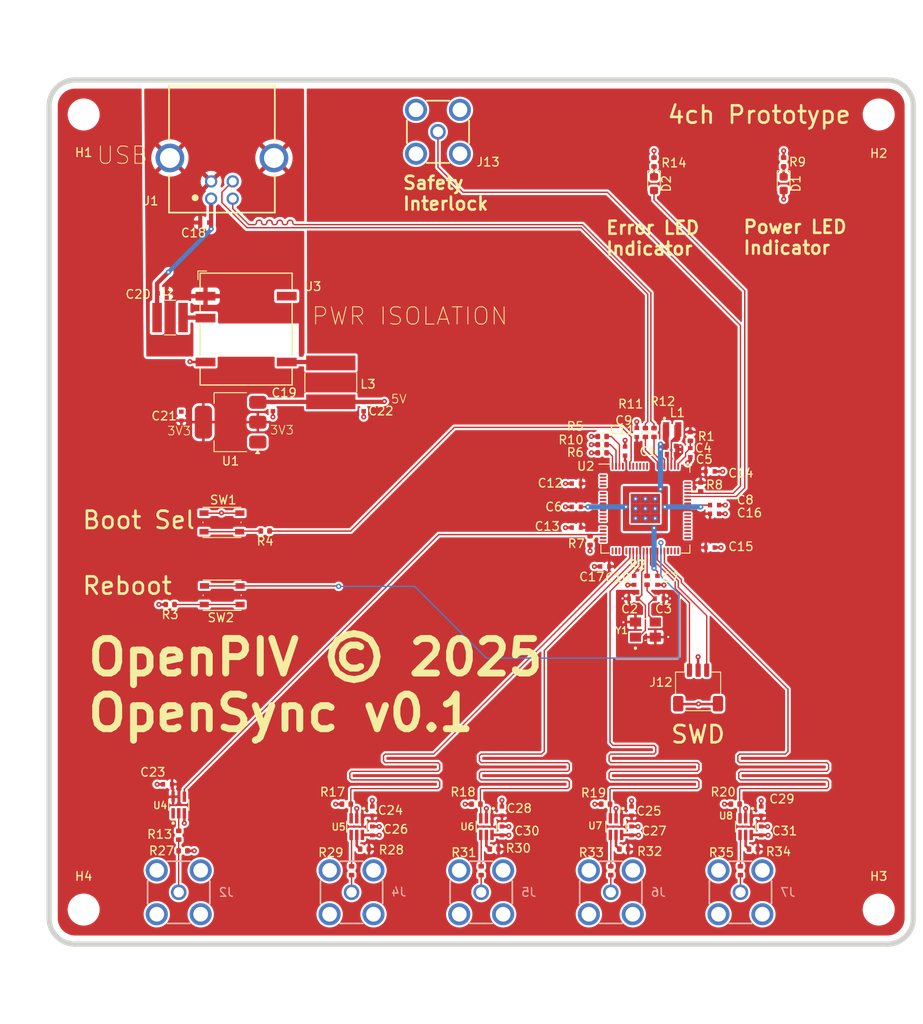
<source format=kicad_pcb>
(kicad_pcb (version 20241229) (generator "pcbnew") (generator_version "9.0")
  (title_block (title "OpenSync PCB") (date "2025-11-11") (rev "0.1") (company "OpenPIV Consortium"))
  (layers (0 "F.Cu" signal) (4 "In1.Cu" power) (6 "In2.Cu" power) (2 "B.Cu" signal) (13 "F.Paste" user) (15 "B.Paste" user) (5 "F.SilkS" user "F.Silkscreen") (7 "B.SilkS" user "B.Silkscreen") (1 "F.Mask" user) (3 "B.Mask" user) (25 "Edge.Cuts" user))
  (net 0 "")
  (net 1 "+3V3")
  (net 2 "GND")
  (net 3 "/Microcontroller and Ext. Clock/XIN")
  (net 4 "Net-(C3-Pad2)")
  (net 5 "+1V1")
  (net 6 "Net-(U2-VREG_AVDD)")
  (net 7 "GND_BUS")
  (net 8 "VBUS")
  (net 9 "+5V")
  (net 10 "Net-(J2-Pad1)")
  (net 11 "Net-(J5-Pad1)")
  (net 12 "Net-(J6-Pad1)")
  (net 13 "Net-(J7-Pad1)")
  (net 14 "Net-(J4-Pad1)")
  (net 15 "Net-(U5-DIR)")
  (net 16 "Net-(U5-B)")
  (net 17 "Net-(U7-DIR)")
  (net 18 "Net-(U7-B)")
  (net 19 "Net-(U6-DIR)")
  (net 20 "/Microcontroller and Ext. Clock/XOUT")
  (net 21 "Net-(R3-Pad1)")
  (net 22 "Net-(R4-Pad2)")
  (net 23 "/Microcontroller and Ext. Clock/QSPI_SS")
  (net 24 "/Microcontroller and Ext. Clock/CLOCK_1")
  (net 25 "/Microcontroller and Ext. Clock/CLOCK_3")
  (net 26 "/Microcontroller and Ext. Clock/TRIGGER_1")
  (net 28 "/Microcontroller and Ext. Clock/CLOCK_2")
  (net 29 "Net-(U2-USB_DP)")
  (net 30 "Net-(U2-USB_DM)")
  (net 31 "/Microcontroller and Ext. Clock/OUTPUT_1")
  (net 32 "/Microcontroller and Ext. Clock/OUTPUT_2")
  (net 33 "/Microcontroller and Ext. Clock/OUTPUT_3")
  (net 34 "/Microcontroller and Ext. Clock/OUTPUT_4")
  (net 35 "/Microcontroller and Ext. Clock/OUTPUT_5")
  (net 36 "/Microcontroller and Ext. Clock/OUTPUT_6")
  (net 37 "/Microcontroller and Ext. Clock/OUTPUT_7")
  (net 38 "/Microcontroller and Ext. Clock/OUTPUT_8")
  (net 39 "Net-(U6-B)")
  (net 43 "Net-(U4-A)")
  (net 44 "/Microcontroller and Ext. Clock/RUN")
  (net 45 "Net-(D1-K)")
  (net 46 "/Microcontroller and Ext. Clock/SWD")
  (net 48 "/Microcontroller and Ext. Clock/QSPI_SD1")
  (net 50 "/Microcontroller and Ext. Clock/QSPI_SD3")
  (net 51 "/Microcontroller and Ext. Clock/QSPI_SD2")
  (net 52 "/Microcontroller and Ext. Clock/QSPI_SD0")
  (net 54 "/Microcontroller and Ext. Clock/ERROR_LED")
  (net 57 "/Microcontroller and Ext. Clock/QSPI_SCLK")
  (net 58 "/Microcontroller and Ext. Clock/SWCLK")
  (net 71 "/Power and Data/USB_D+")
  (net 72 "/Power and Data/USB_D-")
  (net 73 "Net-(U8-B)")
  (net 74 "Net-(U8-DIR)")
  (net 77 "Net-(U3-+VIN)")
  (net 81 "Net-(U3-+VOUT)")
  (net 83 "/Microcontroller and Ext. Clock/VREG_LX")
  (net 84 "Net-(D2-K)")
  (net 85 "/Microcontroller and Ext. Clock/SAFETY_INTERLOCK")
  (net 86 "/Microcontroller and Ext. Clock/OUTPUT_13")
  (net 87 "/Microcontroller and Ext. Clock/OUTPUT_10")
  (net 88 "/Microcontroller and Ext. Clock/OUTPUT_15")
  (net 89 "/Microcontroller and Ext. Clock/OUTPUT_9")
  (net 90 "/Microcontroller and Ext. Clock/OUTPUT_16")
  (net 91 "/Microcontroller and Ext. Clock/OUTPUT_11")
  (net 92 "/Microcontroller and Ext. Clock/OUTPUT_14")
  (net 93 "/Microcontroller and Ext. Clock/OUTPUT_12")
  (footprint "LED_SMD:LED_0603_1608Metric" (layer "F.Cu") (at 147 57 -90)
    (property "Reference" "D1")
    (property "Value" "LED")
  )
  (footprint "Resistor_SMD:R_0402_1005Metric" (layer "F.Cu") (at 128.5 134 180)
    (property "Reference" "R32")
    (property "Value" "47k")
  )
  (footprint "Resistor_SMD:R_0402_1005Metric" (layer "F.Cu") (at 96.4 128.8 180)
    (property "Reference" "R17")
    (property "Value" "10k")
  )
  (footprint "RP2350_80QFN_minimal:C_0402_1005Metric_small_pads" (layer "F.Cu") (at 75.7 126.5 180)
    (property "Reference" "C23")
    (property "Value" "100n")
  )
  (footprint "RP2350_80QFN_minimal:C_0402_1005Metric_small_pads" (layer "F.Cu") (at 98.4 82.8 -90)
    (property "Reference" "C22")
    (property "Value" "10u")
  )
  (footprint "Resistor_SMD:R_0402_1005Metric" (layer "F.Cu") (at 113.5 134 180)
    (property "Reference" "R30")
    (property "Value" "47k")
  )
  (footprint "RP2350_80QFN_minimal:C_0402_1005Metric_small_pads" (layer "F.Cu") (at 136.2 88.115 -90)
    (property "Reference" "C5")
    (property "Value" "4.7u")
  )
  (footprint "Resistor_SMD:R_0402_1005Metric" (layer "F.Cu") (at 111.4 128.8 180)
    (property "Reference" "R18")
    (property "Value" "10k")
  )
  (footprint "Resistor_SMD:R_0402_1005Metric" (layer "F.Cu") (at 132 54.5 -90)
    (property "Reference" "R14")
    (property "Value" "100")
  )
  (footprint "RP2350_80QFN_minimal:C_0402_1005Metric_small_pads" (layer "F.Cu") (at 134 87.35)
    (property "Reference" "C4")
    (property "Value" "4.7u")
  )
  (footprint "Connector_JST:JST_SH_SM03B-SRSS-TB_1x03-1MP_P1.00mm_Horizontal" (layer "F.Cu") (at 137.1 115.3)
    (property "Reference" "J12")
    (property "Value" "SM03B-SRSS-TB")
  )
  (footprint "RP2350_80QFN_minimal:C_0402_1005Metric_small_pads" (layer "F.Cu") (at 132.6 105.02 180)
    (property "Reference" "C3")
    (property "Value" "15p")
  )
  (footprint "SN74LVC1T45DCKR:SOT65P210X110-6N" (layer "F.Cu") (at 112.6 131.4 -90)
    (property "Reference" "U6")
    (property "Value" "SN74LVC1T45DCKR")
  )
  (footprint "RP2350_80QFN_minimal:C_0402_1005Metric_small_pads" (layer "F.Cu") (at 80 61.5 180)
    (property "Reference" "C18")
    (property "Value" "10u")
  )
  (footprint "RP2350_80QFN_minimal:C_0402_1005Metric_small_pads" (layer "F.Cu") (at 129.7 102.9 -90)
    (property "Reference" "C10")
    (property "Value" "100n")
  )
  (footprint "RP2350_80QFN_minimal:C_0402_1005Metric_small_pads" (layer "F.Cu") (at 129.6 105.02)
    (property "Reference" "C2")
    (property "Value" "15p")
  )
  (footprint "RP2350_80QFN_minimal:C_0402_1005Metric_small_pads" (layer "F.Cu") (at 144.4 129.6 90)
    (property "Reference" "C29")
    (property "Value" "100n")
  )
  (footprint "Resistor_SMD:R_0402_1005Metric" (layer "F.Cu") (at 137.4 92.1 -90)
    (property "Reference" "R8")
    (property "Value" "47k")
  )
  (footprint "RP2350_80QFN_minimal:L_pol_2016" (layer "F.Cu") (at 134.11 85.45)
    (property "Reference" "L1")
    (property "Value" "3.3u")
  )
  (footprint "Resistor_SMD:R_0402_1005Metric" (layer "F.Cu") (at 98.5 134 180)
    (property "Reference" "R28")
    (property "Value" "47k")
  )
  (footprint "MountingHole:MountingHole_3.2mm_M3_ISO7380" (layer "F.Cu") (at 66 141)
    (property "Reference" "H4")
    (property "Value" "MountingHole")
  )
  (footprint "SN74LVC1T45DCKR:SOT65P210X110-6N" (layer "F.Cu") (at 142.6 131.4 -90)
    (property "Reference" "U8")
    (property "Value" "SN74LVC1T45DCKR")
  )
  (footprint "Resistor_SMD:R_0402_1005Metric" (layer "F.Cu") (at 126 87.2)
    (property "Reference" "R10")
    (property "Value" "10k")
  )
  (footprint "RP2350_80QFN_minimal:C_0402_1005Metric_small_pads" (layer "F.Cu") (at 87.9 82.8 -90)
    (property "Reference" "C19")
    (property "Value" "10u")
  )
  (footprint "Resistor_SMD:R_0402_1005Metric" (layer "F.Cu") (at 126 88.15)
    (property "Reference" "R6")
    (property "Value" "10k")
  )
  (footprint "Resistor_SMD:R_0402_1005Metric" (layer "F.Cu") (at 147 54.5 -90)
    (property "Reference" "R9")
    (property "Value" "169")
  )
  (footprint "Resistor_SMD:R_0402_1005Metric" (layer "F.Cu") (at 132 85.8 -90)
    (property "Reference" "R12")
    (property "Value" "27")
  )
  (footprint "Resistor_SMD:R_0402_1005Metric" (layer "F.Cu") (at 143.5 134 180)
    (property "Reference" "R34")
    (property "Value" "47k")
  )
  (footprint "RP2350_80QFN_minimal:C_0402_1005Metric_small_pads" (layer "F.Cu") (at 123 94.4 180)
    (property "Reference" "C6")
    (property "Value" "100n")
  )
  (footprint "Button_Switch_SMD:SW_Push_1P1T_NO_Vertical_Wuerth_434133025816" (layer "F.Cu") (at 82.025 104.625 180)
    (property "Reference" "SW2")
    (property "Value" "SW_Push")
  )
  (footprint "RP2350_80QFN_minimal:C_0402_1005Metric_small_pads" (layer "F.Cu") (at 134 88.3)
    (property "Reference" "C1")
    (property "Value" "4.7u")
  )
  (footprint "Resistor_SMD:R_0402_1005Metric" (layer "F.Cu") (at 126.4 128.8 180)
    (property "Reference" "R19")
    (property "Value" "10k")
  )
  (footprint "Resistor_SMD:R_0402_1005Metric" (layer "F.Cu") (at 142 136.5 -90)
    (property "Reference" "R35")
    (property "Value" "49.9")
  )
  (footprint "Resistor_SMD:R_0402_1005Metric" (layer "F.Cu") (at 76 105.7 180)
    (property "Reference" "R3")
    (property "Value" "1k")
  )
  (footprint "RP2350_80QFN_minimal:C_0402_1005Metric_small_pads" (layer "F.Cu") (at 139 95.2)
    (property "Reference" "C16")
    (property "Value" "100n")
  )
  (footprint "ASPI6045S220MT:IND_ASPI6045S220MT" (layer "F.Cu") (at 94.6 80 -90)
    (property "Reference" "L3")
    (property "Value" "22u")
  )
  (footprint "Resistor_SMD:R_0402_1005Metric" (layer "F.Cu") (at 131 85.8 -90)
    (property "Reference" "R11")
    (property "Value" "27")
  )
  (footprint "ASPI-4030S-150M-T:IND_ASPI-4030S-150M-T" (layer "F.Cu") (at 76 72.5)
    (property "Reference" "L2")
    (property "Value" "15u")
  )
  (footprint "Resistor_SMD:R_0402_1005Metric" (layer "F.Cu") (at 97 136.5 -90)
    (property "Reference" "R29")
    (property "Value" "49.9")
  )
  (footprint "Resistor_SMD:R_0402_1005Metric" (layer "F.Cu") (at 112 136.5 -90)
    (property "Reference" "R31")
    (property "Value" "49.9")
  )
  (footprint "Resistor_SMD:R_0402_1005Metric" (layer "F.Cu") (at 127 136.5 -90)
    (property "Reference" "R33")
    (property "Value" "49.9")
  )
  (footprint "Resistor_SMD:R_0402_1005Metric" (layer "F.Cu") (at 87 97.2 180)
    (property "Reference" "R4")
    (property "Value" "1k")
  )
  (footprint "Resistor_SMD:R_0402_1005Metric" (layer "F.Cu") (at 77.5 134.2)
    (property "Reference" "R27")
    (property "Value" "47k")
  )
  (footprint "SN74LVC1T45DCKR:SOT65P210X110-6N" (layer "F.Cu") (at 97.6 131.4 -90)
    (property "Reference" "U5")
    (property "Value" "SN74LVC1T45DCKR")
  )
  (footprint "RP2350_80QFN_minimal:C_0402_1005Metric_small_pads" (layer "F.Cu") (at 129.4 129.6 90)
    (property "Reference" "C25")
    (property "Value" "100n")
  )
  (footprint "SN74LVC1T45DCKR:SOT65P210X110-6N" (layer "F.Cu") (at 127.6 131.4 -90)
    (property "Reference" "U7")
    (property "Value" "SN74LVC1T45DCKR")
  )
  (footprint "61400416121:61400416121" (layer "F.Cu") (at 82 52 180)
    (property "Reference" "J1")
    (property "Value" "61400416121")
  )
  (footprint "RP2350_80QFN_minimal:C_0402_1005Metric_small_pads" (layer "F.Cu") (at 123 91.7 180)
    (property "Reference" "C12")
    (property "Value" "100n")
  )
  (footprint "Resistor_SMD:R_0402_1005Metric" (layer "F.Cu") (at 141.4 128.8 180)
    (property "Reference" "R20")
    (property "Value" "10k")
  )
  (footprint "RP2350_80QFN_minimal:C_0402_1005Metric_small_pads" (layer "F.Cu") (at 123 96.8 180)
    (property "Reference" "C13")
    (property "Value" "100n")
  )
  (footprint "LED_SMD:LED_0603_1608Metric" (layer "F.Cu") (at 132 57 -90)
    (property "Reference" "D2")
    (property "Value" "LED")
  )
  (footprint "SN74LVC1G17DCKR:SOT65P210X110-5N" (layer "F.Cu") (at 77 128.9 90)
    (property "Reference" "U4")
    (property "Value" "SN74LVC1G17DCKR")
  )
  (footprint "RP2350_80QFN_minimal:C_0402_1005Metric_small_pads" (layer "F.Cu") (at 99.4 131.9 90)
    (property "Reference" "C26")
    (property "Value" "100n")
  )
  (footprint "Resistor_SMD:R_0402_1005Metric" (layer "F.Cu") (at 126 86.25)
    (property "Reference" "R5")
    (property "Value" "10k")
  )
  (footprint "Resistor_SMD:R_0402_1005Metric" (layer "F.Cu") (at 136.2 86.25 -90)
    (property "Reference" "R1")
    (property "Value" "33")
  )
  (footprint "RP2350_80QFN_minimal:C_0402_1005Metric_small_pads" (layer "F.Cu") (at 130 85.8 90)
    (property "Reference" "C9")
    (property "Value" "100n")
  )
  (footprint "RP2350_80QFN_minimal:C_0402_1005Metric_small_pads" (layer "F.Cu") (at 114.4 129.6 90)
    (property "Reference" "C28")
    (property "Value" "100n")
  )
  (footprint "RP2350_80QFN_minimal:C_0402_1005Metric_small_pads" (layer "F.Cu") (at 138.5 99.1)
    (property "Reference" "C15")
    (property "Value" "100n")
  )
  (footprint "MountingHole:MountingHole_3.2mm_M3_ISO7380" (layer "F.Cu") (at 66 49)
    (property "Reference" "H1")
    (property "Value" "MountingHole")
  )
  (footprint "RP2350_80QFN_minimal:C_0402_1005Metric_small_pads" (layer "F.Cu") (at 144.4 131.9 90)
    (property "Reference" "C31")
    (property "Value" "100n")
  )
  (footprint "RP2350_80QFN_minimal:C_0402_1005Metric_small_pads" (layer "F.Cu") (at 129.4 131.9 90)
    (property "Reference" "C27")
    (property "Value" "100n")
  )
  (footprint "61611042121502:61611042121502" (layer "F.Cu") (at 107 51 180)
    (property "Reference" "J13")
    (property "Value" "61611042121502")
  )
  (footprint "RP2350_80QFN_minimal:C_0402_1005Metric_small_pads" (layer "F.Cu") (at 75.1 69.7 180)
    (property "Reference" "C20")
    (property "Value" "4.7u")
  )
  (footprint "RP2350_80QFN_minimal:C_0402_1005Metric_small_pads" (layer "F.Cu") (at 139 94.2)
    (property "Reference" "C8")
    (property "Value" "100n")
  )
  (footprint "RP2350_80QFN_minimal:C_0402_1005Metric_small_pads" (layer "F.Cu") (at 132.4 102.9 -90)
    (property "Reference" "C7")
    (property "Value" "4.7u")
  )
  (footprint "Resistor_SMD:R_0402_1005Metric" (layer "F.Cu") (at 77 132.4 90)
    (property "Reference" "R13")
    (property "Value" "470")
  )
  (footprint "MountingHole:MountingHole_3.2mm_M3_ISO7380" (layer "F.Cu") (at 158 141)
    (property "Reference" "H3")
    (property "Value" "MountingHole")
  )
  (footprint "Button_Switch_SMD:SW_Push_1P1T_NO_Vertical_Wuerth_434133025816" (layer "F.Cu") (at 82 96.2)
    (property "Reference" "SW1")
    (property "Value" "SW_Push")
  )
  (footprint "Converter_DCDC:Converter_DCDC_Murata_NXExSxxxxMC_SMD" (layer "F.Cu") (at 84.8 75.1)
    (property "Reference" "U3")
    (property "Value" "NXE2S0505MC")
  )
  (footprint "RP2350_80QFN_minimal:C_0402_1005Metric_small_pads" (layer "F.Cu") (at 128.65 87.95 90)
    (property "Reference" "C11")
    (property "Value" "100n")
  )
  (footprint "RP2350_80QFN_minimal:C_0402_1005Metric_small_pads" (layer "F.Cu") (at 99.4 129.6 90)
    (property "Reference" "C24")
    (property "Value" "100n")
  )
  (footprint "Resistor_SMD:R_0402_1005Metric" (layer "F.Cu") (at 131.2 102.9 90)
    (property "Reference" "R2")
    (property "Value" "1k")
  )
  (footprint "RP2350_80QFN_minimal:RP2350-QFN-80-1EP_10x10_P0.4mm_EP3.4x3.4mm_ThermalVias" (layer "F.Cu") (at 131 94.6)
    (property "Reference" "U2")
    (property "Value" "RP2354_80QFN")
  )
  (footprint "ABM8-272-T3:XTAL_ABM8-272-T3" (layer "F.Cu") (at 131 108.6 90)
    (property "Reference" "Y1")
    (property "Value" "ABM8-272-T3")
  )
  (footprint "RP2350_80QFN_minimal:C_0402_1005Metric_small_pads" (layer "F.Cu") (at 126.3 101.3 180)
    (property "Reference" "C17")
    (property "Value" "100n")
  )
  (footprint "RP2350_80QFN_minimal:C_0402_1005Metric_small_pads" (layer "F.Cu") (at 114.4 131.9 90)
    (property "Reference" "C30")
    (property "Value" "100n")
  )
  (footprint "Package_TO_SOT_SMD:SOT-223-3_TabPin2" (layer "F.Cu") (at 83 84.6 180)
    (property "Reference" "U1")
    (property "Value" "NCP1117-3.3_SOT223")
  )
  (footprint "RP2350_80QFN_minimal:C_0402_1005Metric_small_pads" (layer "F.Cu") (at 138.5 90.3)
    (property "Reference" "C14")
    (property "Value" "100n")
  )
  (footprint "RP2350_80QFN_minimal:C_0402_1005Metric_small_pads" (layer "F.Cu") (at 77.3 83.9 90)
    (property "Reference" "C21")
    (property "Value" "10u")
  )
  (footprint "MountingHole:MountingHole_3.2mm_M3_ISO7380" (layer "F.Cu") (at 158 49)
    (property "Reference" "H2")
    (property "Value" "MountingHole")
  )
  (footprint "Resistor_SMD:R_0402_1005Metric" (layer "F.Cu") (at 124.6 98.3 -90)
    (property "Reference" "R7")
    (property "Value" "10k")
  )
  (footprint "61611042121502:61611042121502" (layer "B.Cu") (at 127 139 180)
    (property "Reference" "J6")
    (property "Value" "61611042121502")
  )
  (footprint "61611042121502:61611042121502" (layer "B.Cu") (at 97 139 180)
    (property "Reference" "J4")
    (property "Value" "61611042121502")
  )
  (footprint "61611042121502:61611042121502" (layer "B.Cu") (at 77 139 180)
    (property "Reference" "J2")
    (property "Value" "61611042121502")
  )
  (footprint "61611042121502:61611042121502" (layer "B.Cu") (at 142 139 180)
    (property "Reference" "J7")
    (property "Value" "61611042121502")
  )
  (footprint "61611042121502:61611042121502" (layer "B.Cu") (at 112 139 180)
    (property "Reference" "J5")
    (property "Value" "61611042121502")
  )
  (gr_line (start 65 45) (end 159 45) (stroke (width 0.6)) (layer "Edge.Cuts"))
  (gr_arc (start 62 48) (mid 62.87868 45.87868) (end 65 45) (stroke (width 0.6)) (layer "Edge.Cuts"))
  (gr_arc (start 65 145) (mid 62.87868 144.12132) (end 62 142) (stroke (width 0.6)) (layer "Edge.Cuts"))
  (gr_line (start 62 142) (end 62 48) (stroke (width 0.6)) (layer "Edge.Cuts"))
  (gr_arc (start 162 142) (mid 161.12132 144.12132) (end 159 145) (stroke (width 0.6)) (layer "Edge.Cuts"))
  (gr_line (start 65 145) (end 159 145) (stroke (width 0.6)) (layer "Edge.Cuts"))
  (gr_arc (start 159 45) (mid 161.12132 45.87868) (end 162 48) (stroke (width 0.6)) (layer "Edge.Cuts"))
  (gr_line (start 162 142) (end 162 48) (stroke (width 0.6)) (layer "Edge.Cuts"))
  (gr_text "Error LED\nIndicator" (at 126.3 65.4 0) (layer "F.SilkS") (effects (font (size 1.5 1.5) (thickness 0.3) (bold yes)) (justify left bottom)))
  (gr_text "OpenPIV © 2025\nOpenSync v0.1" (at 66.1 120.6 0) (layer "F.SilkS") (effects (font (size 4 4) (thickness 0.8) (bold yes)) (justify left bottom)))
  (gr_text "PWR ISOLATION" (at 92.3 73.5 0) (layer "F.SilkS") (effects (font (size 2 2) (thickness 0.1)) (justify left bottom)))
  (gr_text "3V3" (at 87.5 86.1 0) (layer "F.SilkS") (effects (font (size 1 1) (thickness 0.1)) (justify left bottom)))
  (gr_text "SWD" (at 133.8 121.9 0) (layer "F.SilkS") (effects (font (size 2 2) (thickness 0.3) (bold yes)) (justify left bottom)))
  (gr_text "5V" (at 101.5 82.5 0) (layer "F.SilkS") (effects (font (size 1 1) (thickness 0.1)) (justify left bottom)))
  (gr_text "Boot Sel" (at 65.7 97.1 0) (layer "F.SilkS") (effects (font (size 2 2) (thickness 0.3) (bold yes)) (justify left bottom)))
  (gr_text "Power LED\nIndicator" (at 142.2 65.3 0) (layer "F.SilkS") (effects (font (size 1.5 1.5) (thickness 0.3) (bold yes)) (justify left bottom)))
  (gr_text "3V3" (at 75.6 86.2 0) (layer "F.SilkS") (effects (font (size 1 1) (thickness 0.1)) (justify left bottom)))
  (gr_text "4ch Prototype" (at 133.4 50.2 0) (layer "F.SilkS") (effects (font (size 2 2) (thickness 0.3) (bold yes)) (justify left bottom)))
  (gr_text "Reboot" (at 65.7 104.7 0) (layer "F.SilkS") (effects (font (size 2 2) (thickness 0.3) (bold yes)) (justify left bottom)))
  (gr_text "Safety\nInterlock" (at 102.8 60.2 0) (layer "F.SilkS") (effects (font (size 1.5 1.5) (thickness 0.3) (bold yes)) (justify left bottom)))
  (gr_text "USB" (at 67.4 54.9 0) (layer "F.SilkS") (effects (font (size 2 2) (thickness 0.1)) (justify left bottom)))
  (segment (start 124.9 96.4) (end 126.1035 96.4) (width 0.1565) (layer "F.Cu") (net 1))
  (segment (start 113.575 130.115) (end 113.25 130.44) (width 0.3) (layer "F.Cu") (net 1))
  (segment (start 128.65 88.465) (end 128.65 89.058516) (width 0.1565) (layer "F.Cu") (net 1))
  (segment (start 143.575 130.115) (end 143.25 130.44) (width 0.3) (layer "F.Cu") (net 1))
  (segment (start 98.25 130.44) (end 98.59 130.1) (width 0.3) (layer "F.Cu") (net 1))
  (segment (start 144.4 130.115) (end 143.575 130.115) (width 0.3) (layer "F.Cu") (net 1))
  (segment (start 76.35 127.94) (end 76.35 126.335) (width 0.1565) (layer "F.Cu") (net 1))
  (segment (start 126.815 101.3) (end 127.6 101.3) (width 0.1565) (layer "F.Cu") (net 1))
  (segment (start 130 86.315) (end 130 87.45) (width 0.1565) (layer "F.Cu") (net 1))
  (segment (start 136.9 94.8) (end 137.3 95.2) (width 0.1565) (layer "F.Cu") (net 1))
  (segment (start 130 87.45) (end 131.989 89.439) (width 0.1565) (layer "F.Cu") (net 1))
  (segment (start 137.985 99.1) (end 137.3 99.1) (width 0.1565) (layer "F.Cu") (net 1))
  (segment (start 128.4 100.5) (end 128.4 99.4965) (width 0.1565) (layer "F.Cu") (net 1))
  (segment (start 129.4 130.115) (end 128.575 130.115) (width 0.3) (layer "F.Cu") (net 1))
  (segment (start 124.15 91.7) (end 124.85 92.4) (width 0.1565) (layer "F.Cu") (net 1))
  (segment (start 131.989 89.439) (end 131.989 89.6925) (width 0.1565) (layer "F.Cu") (net 1))
  (segment (start 129.7 102.1) (end 130.4 101.4) (width 0.1565) (layer "F.Cu") (net 1))
  (segment (start 128.65 89.058516) (end 128.8 89.208516) (width 0.1565) (layer "F.Cu") (net 1))
  (segment (start 135.8965 94.8) (end 136.9 94.8) (width 0.1565) (layer "F.Cu") (net 1))
  (segment (start 123.515 91.7) (end 124.15 91.7) (width 0.1565) (layer "F.Cu") (net 1))
  (segment (start 137.3 95.2) (end 138.485 95.2) (width 0.1565) (layer "F.Cu") (net 1))
  (segment (start 137.3 99.1) (end 136.6 98.4) (width 0.1565) (layer "F.Cu") (net 1))
  (segment (start 136.6 98.4) (end 135.8965 98.4) (width 0.1565) (layer "F.Cu") (net 1))
  (segment (start 136.711 91.189) (end 135.8965 91.189) (width 0.1565) (layer "F.Cu") (net 1))
  (segment (start 114.4 130.115) (end 113.575 130.115) (width 0.3) (layer "F.Cu") (net 1))
  (segment (start 128.8 89.208516) (end 128.8 89.7035) (width 0.1565) (layer "F.Cu") (net 1))
  (segment (start 137.6 90.3) (end 136.711 91.189) (width 0.1565) (layer "F.Cu") (net 1))
  (segment (start 131.611 89.061) (end 131.611 89.7035) (width 0.1565) (layer "F.Cu") (net 1))
  (segment (start 124.5 96.8) (end 124.9 96.4) (width 0.1565) (layer "F.Cu") (net 1))
  (segment (start 128.575 130.115) (end 128.25 130.44) (width 0.3) (layer "F.Cu") (net 1))
  (segment (start 76.35 126.935) (end 76.215 126.8) (width 0.1565) (layer "F.Cu") (net 1))
  (segment (start 137.985 90.3) (end 137.6 90.3) (width 0.1565) (layer "F.Cu") (net 1))
  (segment (start 98.59 130.1) (end 99.385 130.1) (width 0.3) (layer "F.Cu") (net 1))
  (segment (start 123.515 96.8) (end 124.5 96.8) (width 0.1565) (layer "F.Cu") (net 1))
  (segment (start 127.6 101.3) (end 128.4 100.5) (width 0.1565) (layer "F.Cu") (net 1))
  (segment (start 99.385 130.1) (end 99.4 130.115) (width 0.1565) (layer "F.Cu") (net 1))
  (segment (start 131.6 89.05) (end 131.611 89.061) (width 0.1565) (layer "F.Cu") (net 1))
  (segment (start 129.7 102.385) (end 129.7 102.1) (width 0.1565) (layer "F.Cu") (net 1))
  (segment (start 124.85 92.4) (end 126.1035 92.4) (width 0.1565) (layer "F.Cu") (net 1))
  (segment (start 130.4 101.4) (end 130.4 99.4965) (width 0.1565) (layer "F.Cu") (net 1))
  (segment (start 128.65 87.435) (end 128.65 86.7) (width 0.3) (layer "F.Cu") (net 2))
  (segment (start 112.6 130.44) (end 112.6 129.3) (width 0.3) (layer "F.Cu") (net 2))
  (segment (start 127.6 130.44) (end 127.6 129.3) (width 0.3) (layer "F.Cu") (net 2))
  (segment (start 78.34 77.64) (end 78.3 77.6) (width 0.3) (layer "F.Cu") (net 2))
  (segment (start 80.1 77.64) (end 78.34 77.64) (width 0.3) (layer "F.Cu") (net 2))
  (segment (start 144.4 129.085) (end 144.4 128.4) (width 0.3) (layer "F.Cu") (net 2))
  (segment (start 124.6 98.81) (end 124.6 99.5) (width 0.3) (layer "F.Cu") (net 2))
  (segment (start 99.4 131.385) (end 100.185 131.385) (width 0.3) (layer "F.Cu") (net 2))
  (segment (start 147 53.99) (end 147 53.2) (width 0.3) (layer "F.Cu") (net 2))
  (segment (start 129.4 129.085) (end 129.4 128.4) (width 0.3) (layer "F.Cu") (net 2))
  (segment (start 110.89 128.8) (end 110.15 128.8) (width 0.3) (layer "F.Cu") (net 2))
  (segment (start 139.015 90.3) (end 139.95 90.3) (width 0.3) (layer "F.Cu") (net 2))
  (segment (start 125.89 128.8) (end 125.15 128.8) (width 0.3) (layer "F.Cu") (net 2))
  (segment (start 139.515 95.2) (end 140.25 95.2) (width 0.3) (layer "F.Cu") (net 2))
  (segment (start 77.65 129.86) (end 77.65 131) (width 0.3) (layer "F.Cu") (net 2))
  (segment (start 100.185 131.385) (end 100.2 131.4) (width 0.1565) (layer "F.Cu") (net 2))
  (segment (start 140.89 128.8) (end 140.15 128.8) (width 0.3) (layer "F.Cu") (net 2))
  (segment (start 122.485 91.7) (end 121.75 91.7) (width 0.3) (layer "F.Cu") (net 2))
  (segment (start 130.135 131.385) (end 130.15 131.4) (width 0.1565) (layer "F.Cu") (net 2))
  (segment (start 115.185 131.385) (end 115.2 131.4) (width 0.1565) (layer "F.Cu") (net 2))
  (segment (start 128.475 107.725) (end 128.45 107.75) (width 0.2) (layer "F.Cu") (net 2))
  (segment (start 139.4 117.225) (end 134.8 117.225) (width 0.3) (layer "F.Cu") (net 2))
  (segment (start 129.7 103.415) (end 128.985 103.415) (width 0.3) (layer "F.Cu") (net 2))
  (segment (start 130 85.285) (end 130 84.6) (width 0.3) (layer "F.Cu") (net 2))
  (segment (start 125.49 86.25) (end 124.75 86.25) (width 0.3) (layer "F.Cu") (net 2))
  (segment (start 98.4 83.315) (end 98.4 84) (width 0.3) (layer "F.Cu") (net 2))
  (segment (start 136.2 88.63) (end 136.2 89) (width 0.4) (layer "F.Cu") (net 2))
  (segment (start 114.4 129.085) (end 114.4 128.35) (width 0.3) (layer "F.Cu") (net 2))
  (segment (start 121.75 94.4) (end 122.485 94.4) (width 0.3) (layer "F.Cu") (net 2))
  (segment (start 132 53.99) (end 132 53.2) (width 0.1565) (layer "F.Cu") (net 2))
  (segment (start 136.2 89) (end 135.9 89.3) (width 0.4) (layer "F.Cu") (net 2))
  (segment (start 84.075 95.125) (end 79.925 95.125) (width 0.1565) (layer "F.Cu") (net 2))
  (segment (start 137.1 113.35) (end 137.1 111.75) (width 0.3) (layer "F.Cu") (net 2))
  (segment (start 75.5 105.7) (end 74.7 105.7) (width 0.3) (layer "F.Cu") (net 2))
  (segment (start 132.4 103.415) (end 133.115 103.415) (width 0.3) (layer "F.Cu") (net 2))
  (segment (start 128.985 103.415) (end 128.95 103.45) (width 0.1565) (layer "F.Cu") (net 2))
  (segment (start 139.015 99.1) (end 139.75 99.1) (width 0.3) (layer "F.Cu") (net 2))
  (segment (start 122.485 96.8) (end 121.75 96.8) (width 0.3) (layer "F.Cu") (net 2))
  (segment (start 144.4 131.385) (end 145.135 131.385) (width 0.3) (layer "F.Cu") (net 2))
  (segment (start 125.785 101.3) (end 125.1 101.3) (width 0.3) (layer "F.Cu") (net 2))
  (segment (start 145.135 131.385) (end 145.15 131.4) (width 0.1565) (layer "F.Cu") (net 2))
  (segment (start 133.115 103.415) (end 133.15 103.45) (width 0.1565) (layer "F.Cu") (net 2))
  (segment (start 95.89 128.8) (end 95.15 128.8) (width 0.3) (layer "F.Cu") (net 2))
  (segment (start 125.49 88.15) (end 124.75 88.15) (width 0.3) (layer "F.Cu") (net 2))
  (segment (start 133.625 109.475) (end 133.65 109.45) (width 0.2) (layer "F.Cu") (net 2))
  (segment (start 129.4 131.385) (end 130.135 131.385) (width 0.3) (layer "F.Cu") (net 2))
  (segment (start 75.1325 126.5) (end 74.4475 126.5) (width 0.3) (layer "F.Cu") (net 2))
  (segment (start 97.6 130.44) (end 97.6 129.3) (width 0.3) (layer "F.Cu") (net 2))
  (segment (start 142.6 130.44) (end 142.6 129.3) (width 0.3) (layer "F.Cu") (net 2))
  (segment (start 139.515 94.2) (end 140.25 94.2) (width 0.3) (layer "F.Cu") (net 2))
  (segment (start 99.4 129.085) (end 99.4 128.35) (width 0.3) (layer "F.Cu") (net 2))
  (segment (start 114.4 131.385) (end 115.185 131.385) (width 0.3) (layer "F.Cu") (net 2))
  (segment (start 78.06 134.2) (end 78.8 134.2) (width 0.3) (layer "F.Cu") (net 2))
  (segment (start 87.9 83.315) (end 87.9 84) (width 0.3) (layer "F.Cu") (net 2))
  (segment (start 125.49 87.2) (end 124.75 87.2) (width 0.3) (layer "F.Cu") (net 2))
  (via micro (at 100.2 131.4) (size 0.6) (drill 0.25) (layers "F.Cu" "In1.Cu") (net 2))
  (via micro (at 121.75 91.7) (size 0.6) (drill 0.25) (layers "F.Cu" "In1.Cu") (net 2))
  (via micro (at 87.9 84) (size 0.6) (drill 0.25) (layers "F.Cu" "In1.Cu") (net 2))
  (via micro (at 147 53.2) (size 0.6) (drill 0.25) (layers "F.Cu" "In1.Cu") (net 2))
  (via micro (at 145.15 131.4) (size 0.6) (drill 0.25) (layers "F.Cu" "In1.Cu") (net 2))
  (via micro (at 128.95 103.45) (size 0.6) (drill 0.25) (layers "F.Cu" "In1.Cu") (net 2))
  (via micro (at 142.6 129.3) (size 0.6) (drill 0.25) (layers "F.Cu" "In1.Cu") (net 2))
  (via micro (at 135.9 89.3) (size 0.6) (drill 0.25) (layers "F.Cu" "In1.Cu") (net 2))
  (via micro (at 114.4 128.35) (size 0.6) (drill 0.25) (layers "F.Cu" "In1.Cu") (net 2))
  (via micro (at 128.35 105) (size 0.6) (drill 0.25) (layers "F.Cu" "In1.Cu") (net 2))
  (via micro (at 81.95 95.1) (size 0.6) (drill 0.25) (layers "F.Cu" "In1.Cu") (net 2))
  (via micro (at 115.2 131.4) (size 0.6) (drill 0.25) (layers "F.Cu" "In1.Cu") (net 2))
  (via micro (at 128.45 107.75) (size 0.6) (drill 0.25) (layers "F.Cu" "In1.Cu") (net 2))
  (via micro (at 124.75 87.2) (size 0.6) (drill 0.25) (layers "F.Cu" "In1.Cu") (net 2))
  (via micro (at 139.75 99.1) (size 0.6) (drill 0.25) (layers "F.Cu" "In1.Cu") (net 2))
  (via micro (at 77.65 131) (size 0.6) (drill 0.25) (layers "F.Cu" "In1.Cu") (net 2))
  (via micro (at 139.95 90.3) (size 0.6) (drill 0.25) (layers "F.Cu" "In1.Cu") (net 2))
  (via micro (at 99.4 128.35) (size 0.6) (drill 0.25) (layers "F.Cu" "In1.Cu") (net 2))
  (via micro (at 130 84.55) (size 0.6) (drill 0.25) (layers "F.Cu" "In1.Cu") (net 2))
  (via micro (at 137.1 111.75) (size 0.6) (drill 0.25) (layers "F.Cu" "In1.Cu") (net 2))
  (via micro (at 121.75 94.4) (size 0.6) (drill 0.25) (layers "F.Cu" "In1.Cu") (net 2))
  (via micro (at 135.05 88.05) (size 0.6) (drill 0.25) (layers "F.Cu" "In1.Cu") (net 2))
  (via micro (at 112.6 129.3) (size 0.6) (drill 0.25) (layers "F.Cu" "In1.Cu") (net 2))
  (via micro (at 133.15 103.45) (size 0.6) (drill 0.25) (layers "F.Cu" "In1.Cu") (net 2))
  (via micro (at 133.85 105) (size 0.6) (drill 0.25) (layers "F.Cu" "In1.Cu") (net 2))
  (via micro (at 125.1 101.3) (size 0.6) (drill 0.25) (layers "F.Cu" "In1.Cu") (net 2))
  (via micro (at 135.05 87.45) (size 0.6) (drill 0.25) (layers "F.Cu" "In1.Cu") (net 2))
  (via micro (at 133.65 109.45) (size 0.6) (drill 0.25) (layers "F.Cu" "In1.Cu") (net 2))
  (via micro (at 74.7 105.7) (size 0.6) (drill 0.25) (layers "F.Cu" "In1.Cu") (net 2))
  (via micro (at 78.3 77.6) (size 0.6) (drill 0.25) (layers "F.Cu" "In1.Cu") (net 2))
  (via micro (at 127.6 129.3) (size 0.6) (drill 0.25) (layers "F.Cu" "In1.Cu") (net 2))
  (via micro (at 98.4 84) (size 0.6) (drill 0.25) (layers "F.Cu" "In1.Cu") (net 2))
  (via micro (at 140.15 128.8) (size 0.6) (drill 0.25) (layers "F.Cu" "In1.Cu") (net 2))
  (via micro (at 78.8 134.2) (size 0.6) (drill 0.25) (layers "F.Cu" "In1.Cu") (net 2))
  (via micro (at 121.75 96.8) (size 0.6) (drill 0.25) (layers "F.Cu" "In1.Cu") (net 2))
  (via micro (at 132 53.2) (size 0.6) (drill 0.25) (layers "F.Cu" "In1.Cu") (net 2))
  (via micro (at 124.6 99.5) (size 0.6) (drill 0.25) (layers "F.Cu" "In1.Cu") (net 2))
  (via micro (at 110.15 128.8) (size 0.6) (drill 0.25) (layers "F.Cu" "In1.Cu") (net 2))
  (via micro (at 130.15 131.4) (size 0.6) (drill 0.25) (layers "F.Cu" "In1.Cu") (net 2))
  (via micro (at 95.15 128.8) (size 0.6) (drill 0.25) (layers "F.Cu" "In1.Cu") (net 2))
  (via micro (at 129.4 128.4) (size 0.6) (drill 0.25) (layers "F.Cu" "In1.Cu") (net 2))
  (via micro (at 137.15 117.2) (size 0.6) (drill 0.25) (layers "F.Cu" "In1.Cu") (net 2))
  (via micro (at 140.25 94.2) (size 0.6) (drill 0.25) (layers "F.Cu" "In1.Cu") (net 2))
  (via micro (at 74.5 126.5) (size 0.6) (drill 0.25) (layers "F.Cu" "In1.Cu") (net 2))
  (via micro (at 144.4 128.4) (size 0.6) (drill 0.25) (layers "F.Cu" "In1.Cu") (net 2))
  (via micro (at 128.65 86.7) (size 0.6) (drill 0.25) (layers "F.Cu" "In1.Cu") (net 2))
  (via micro (at 124.75 88.15) (size 0.6) (drill 0.25) (layers "F.Cu" "In1.Cu") (net 2))
  (via micro (at 125.15 128.8) (size 0.6) (drill 0.25) (layers "F.Cu" "In1.Cu") (net 2))
  (via micro (at 140.25 95.2) (size 0.6) (drill 0.25) (layers "F.Cu" "In1.Cu") (net 2))
  (via micro (at 124.75 86.25) (size 0.6) (drill 0.25) (layers "F.Cu" "In1.Cu") (net 2))
  (via micro (at 97.6 129.3) (size 0.6) (drill 0.25) (layers "F.Cu" "In1.Cu") (net 2))
  (segment (start 131 108.7) (end 130.225 109.475) (width 0.1565) (layer "F.Cu") (net 3))
  (segment (start 130.8 101.7) (end 130.8 99.4965) (width 0.1565) (layer "F.Cu") (net 3))
  (segment (start 130.18 105.02) (end 130.6 104.6) (width 0.1565) (layer "F.Cu") (net 3))
  (segment (start 130.225 109.475) (end 129.85 109.475) (width 0.1565) (layer "F.Cu") (net 3))
  (segment (start 131 105.8) (end 131 108.7) (width 0.1565) (layer "F.Cu") (net 3))
  (segment (start 130.22 105.02) (end 131 105.8) (width 0.1565) (layer "F.Cu") (net 3))
  (segment (start 130.579 104.579) (end 130.579 101.921) (width 0.1565) (layer "F.Cu") (net 3))
  (segment (start 130.579 101.921) (end 130.8 101.7) (width 0.1565) (layer "F.Cu") (net 3))
  (segment (start 130.14 105.02) (end 130.22 105.02) (width 0.1565) (layer "F.Cu") (net 3))
  (segment (start 130.6 104.6) (end 130.579 104.579) (width 0.1565) (layer "F.Cu") (net 3))
  (segment (start 130.14 105.02) (end 130.18 105.02) (width 0.1565) (layer "F.Cu") (net 3))
  (segment (start 131.2 104.1) (end 131.2 103.415) (width 0.1565) (layer "F.Cu") (net 4))
  (segment (start 132.08 105.02) (end 132.08 104.98) (width 0.1565) (layer "F.Cu") (net 4))
  (segment (start 131.425 107) (end 132.15 107.725) (width 0.1565) (layer "F.Cu") (net 4))
  (segment (start 131.4 105.6) (end 131.4 107) (width 0.1565) (layer "F.Cu") (net 4))
  (segment (start 131.98 105.02) (end 131.4 105.6) (width 0.1565) (layer "F.Cu") (net 4))
  (segment (start 132.08 104.98) (end 131.2 104.1) (width 0.1565) (layer "F.Cu") (net 4))
  (segment (start 132.08 105.02) (end 131.98 105.02) (width 0.1565) (layer "F.Cu") (net 4))
  (segment (start 131.4 107) (end 131.425 107) (width 0.1565) (layer "F.Cu") (net 4))
  (segment (start 133.2 89.7035) (end 133.2 88.925) (width 0.1565) (layer "F.Cu") (net 5))
  (segment (start 137.35 94.4) (end 135.8965 94.4) (width 0.1565) (layer "F.Cu") (net 5))
  (segment (start 132.4 101.9) (end 132 101.5) (width 0.1565) (layer "F.Cu") (net 5))
  (segment (start 138.485 94.2) (end 137.6 94.2) (width 0.1565) (layer "F.Cu") (net 5))
  (segment (start 133.2 88.925) (end 132.75 88.475) (width 0.1565) (layer "F.Cu") (net 5))
  (segment (start 123.515 94.4) (end 124 94.4) (width 0.1565) (layer "F.Cu") (net 5))
  (segment (start 131.6 101.1) (end 131.6 99.4965) (width 0.1565) (layer "F.Cu") (net 5))
  (segment (start 132.75 88.475) (end 132.75 87.15) (width 0.1565) (layer "F.Cu") (net 5))
  (segment (start 132 101.5) (end 131.6 101.1) (width 0.1565) (layer "F.Cu") (net 5))
  (segment (start 132.4 102.385) (end 132.4 101.9) (width 0.1565) (layer "F.Cu") (net 5))
  (segment (start 124 94.4) (end 124.35 94.4) (width 0.1565) (layer "F.Cu") (net 5))
  (segment (start 124 94.4) (end 126.1035 94.4) (width 0.1565) (layer "F.Cu") (net 5))
  (segment (start 137.6 94.2) (end 137.4 94.4) (width 0.1565) (layer "F.Cu") (net 5))
  (via (at 132.75 87.75) (size 0.6) (drill 0.25) (layers "F.Cu" "B.Cu") (net 5))
  (via (at 132 101.5) (size 0.6) (drill 0.25) (layers "F.Cu" "B.Cu") (net 5))
  (via (at 133.25 94.4) (size 0.6) (drill 0.25) (layers "F.Cu" "B.Cu") (net 5))
  (via (at 128.75 94.4) (size 0.6) (drill 0.25) (layers "F.Cu" "B.Cu") (net 5))
  (via (at 132.75 92.35) (size 0.6) (drill 0.25) (layers "F.Cu" "B.Cu") (net 5))
  (via (at 124.35 94.4) (size 0.6) (drill 0.25) (layers "F.Cu" "B.Cu") (net 5))
  (via (at 137.4 94.4) (size 0.6) (drill 0.25) (layers "F.Cu" "B.Cu") (net 5))
  (via (at 132 96.85) (size 0.6) (drill 0.25) (layers "F.Cu" "B.Cu") (net 5))
  (via (at 132.75 87.15) (size 0.6) (drill 0.25) (layers "F.Cu" "B.Cu") (net 5))
  (segment (start 128.75 94.4) (end 124.35 94.4) (width 0.6) (layer "B.Cu") (net 5))
  (segment (start 137.4 94.4) (end 133.25 94.4) (width 0.6) (layer "B.Cu") (net 5))
  (segment (start 132.75 87.15) (end 132.75 92.35) (width 0.6) (layer "B.Cu") (net 5))
  (segment (start 132 101.5) (end 132 96.85) (width 0.6) (layer "B.Cu") (net 5))
  (segment (start 136.2 87.6) (end 136.2 86.76) (width 0.1565) (layer "F.Cu") (net 6))
  (segment (start 135.65575 88.54425) (end 134.811 89.389) (width 0.1565) (layer "F.Cu") (net 6))
  (segment (start 136.2 87.6) (end 135.65575 88.14425) (width 0.1565) (layer "F.Cu") (net 6))
  (segment (start 135.65575 88.14425) (end 135.65575 88.54425) (width 0.1565) (layer "F.Cu") (net 6))
  (segment (start 134.811 89.389) (end 134.811 89.7035) (width 0.1565) (layer "F.Cu") (net 6))
  (segment (start 74.5 72.5) (end 74.5 68.55) (width 0.5) (layer "F.Cu") (net 8))
  (segment (start 80.75 62.25) (end 80.75 58.74) (width 0.5) (layer "F.Cu") (net 8))
  (segment (start 74.5 68.55) (end 75.8 67.25) (width 0.5) (layer "F.Cu") (net 8))
  (via (at 80.75 62.25) (size 0.6) (drill 0.25) (layers "F.Cu" "B.Cu") (net 8))
  (via (at 75.8 67.25) (size 0.6) (drill 0.25) (layers "F.Cu" "B.Cu") (net 8))
  (segment (start 80.75 62.3) (end 75.8 67.25) (width 0.5) (layer "B.Cu") (net 8))
  (segment (start 80.75 62.25) (end 80.75 62.3) (width 0.5) (layer "B.Cu") (net 8))
  (segment (start 94.6 82.25) (end 100.75 82.25) (width 0.5) (layer "F.Cu") (net 9))
  (segment (start 130.16 132.36) (end 130.2 132.4) (width 0.2) (layer "F.Cu") (net 9))
  (segment (start 90.02 82.25) (end 90 82.27) (width 0.2) (layer "F.Cu") (net 9))
  (segment (start 147 58.8) (end 147 57.7875) (width 0.3) (layer "F.Cu") (net 9))
  (segment (start 99.4 132.415) (end 100.185 132.415) (width 0.3) (layer "F.Cu") (net 9))
  (segment (start 143.25 132.36) (end 145.16 132.36) (width 0.3) (layer "F.Cu") (net 9))
  (segment (start 99.345 132.36) (end 99.4 132.415) (width 0.1565) (layer "F.Cu") (net 9))
  (segment (start 128.25 132.36) (end 130.16 132.36) (width 0.3) (layer "F.Cu") (net 9))
  (segment (start 113.25 132.36) (end 115.16 132.36) (width 0.3) (layer "F.Cu") (net 9))
  (segment (start 86.2 82.25) (end 86.15 82.3) (width 0.2) (layer "F.Cu") (net 9))
  (segment (start 115.16 132.36) (end 115.2 132.4) (width 0.2) (layer "F.Cu") (net 9))
  (segment (start 100.185 132.415) (end 100.2 132.4) (width 0.1565) (layer "F.Cu") (net 9))
  (segment (start 100.75 82.25) (end 100.8 82.2) (width 0.5) (layer "F.Cu") (net 9))
  (segment (start 94.6 82.25) (end 86.2 82.25) (width 0.5) (layer "F.Cu") (net 9))
  (segment (start 145.16 132.36) (end 145.2 132.4) (width 0.2) (layer "F.Cu") (net 9))
  (segment (start 98.25 132.36) (end 99.345 132.36) (width 0.3) (layer "F.Cu") (net 9))
  (via micro (at 130.2 132.4) (size 0.6) (drill 0.25) (layers "F.Cu" "In2.Cu") (net 9))
  (via micro (at 145.2 132.4) (size 0.6) (drill 0.25) (layers "F.Cu" "In2.Cu") (net 9))
  (via micro (at 100.8 82.2) (size 0.6) (drill 0.25) (layers "F.Cu" "In2.Cu") (net 9))
  (via micro (at 100.2 132.4) (size 0.6) (drill 0.25) (layers "F.Cu" "In2.Cu") (net 9))
  (via micro (at 115.2 132.4) (size 0.6) (drill 0.25) (layers "F.Cu" "In2.Cu") (net 9))
  (via micro (at 147 58.8) (size 0.6) (drill 0.25) (layers "F.Cu" "In2.Cu") (net 9))
  (segment (start 76.99 139.035) (end 77 139.045) (width 0.1565) (layer "F.Cu") (net 10))
  (segment (start 76.99 134.2) (end 76.99 138.99) (width 0.1565) (layer "F.Cu") (net 10))
  (segment (start 76.99 132.92) (end 77 132.91) (width 0.2) (layer "F.Cu") (net 10))
  (segment (start 77 134.21) (end 76.99 134.2) (width 0.2) (layer "F.Cu") (net 10))
  (segment (start 76.99 134.2) (end 76.99 132.92) (width 0.1565) (layer "F.Cu") (net 10))
  (segment (start 76.99 138.99) (end 77 139) (width 0.1565) (layer "F.Cu") (net 10))
  (segment (start 112 139.045) (end 112 137.055) (width 0.1565) (layer "F.Cu") (net 11))
  (segment (start 127 139.045) (end 127 137.055) (width 0.1565) (layer "F.Cu") (net 12))
  (segment (start 142 139.045) (end 142 137.055) (width 0.1565) (layer "F.Cu") (net 13))
  (segment (start 97 139.04) (end 97 137.05) (width 0.1565) (layer "F.Cu") (net 14))
  (segment (start 97.6 133.61) (end 97.99 134) (width 0.3) (layer "F.Cu") (net 15))
  (segment (start 97.6 132.36) (end 97.6 133.61) (width 0.3) (layer "F.Cu") (net 15))
  (segment (start 97 132.41) (end 96.95 132.36) (width 0.1565) (layer "F.Cu") (net 16))
  (segment (start 97 136.03) (end 97 132.41) (width 0.1565) (layer "F.Cu") (net 16))
  (segment (start 127.6 132.36) (end 127.6 133.61) (width 0.3) (layer "F.Cu") (net 17))
  (segment (start 127.6 133.61) (end 127.99 134) (width 0.3) (layer "F.Cu") (net 17))
  (segment (start 127 132.41) (end 126.95 132.36) (width 0.1565) (layer "F.Cu") (net 18))
  (segment (start 127 136.035) (end 127 132.41) (width 0.1565) (layer "F.Cu") (net 18))
  (segment (start 112.6 132.36) (end 112.6 133.61) (width 0.3) (layer "F.Cu") (net 19))
  (segment (start 112.6 133.61) (end 112.99 134) (width 0.3) (layer "F.Cu") (net 19))
  (segment (start 131.2 102.395) (end 131.2 99.4965) (width 0.1565) (layer "F.Cu") (net 20))
  (segment (start 79.95 105.7) (end 84.1 105.7) (width 0.1565) (layer "F.Cu") (net 21))
  (segment (start 79.95 105.7) (end 76.61 105.7) (width 0.1565) (layer "F.Cu") (net 21))
  (segment (start 86.49 97.2) (end 84.125 97.2) (width 0.1565) (layer "F.Cu") (net 22))
  (segment (start 84.125 97.2) (end 84.05 97.275) (width 0.1565) (layer "F.Cu") (net 22))
  (segment (start 84.05 97.275) (end 79.925 97.275) (width 0.1565) (layer "F.Cu") (net 22))
  (segment (start 96.9 97.2) (end 108.9 85.2) (width 0.1565) (layer "F.Cu") (net 23))
  (segment (start 87.51 97.2) (end 96.9 97.2) (width 0.1565) (layer "F.Cu") (net 23))
  (segment (start 129.35 89.05) (end 129.2 89.2) (width 0.1565) (layer "F.Cu") (net 23))
  (segment (start 128.25 85.2) (end 129.35 86.3) (width 0.1565) (layer "F.Cu") (net 23))
  (segment (start 108.9 85.2) (end 128.25 85.2) (width 0.1565) (layer "F.Cu") (net 23))
  (segment (start 129.2 89.2) (end 129.2 89.7035) (width 0.1565) (layer "F.Cu") (net 23))
  (segment (start 129.35 86.3) (end 129.35 89.05) (width 0.1565) (layer "F.Cu") (net 23))
  (segment (start 128 87.2) (end 128 89.7035) (width 0.1565) (layer "F.Cu") (net 24))
  (segment (start 127.05 86.25) (end 128 87.2) (width 0.1565) (layer "F.Cu") (net 24))
  (segment (start 126.51 86.25) (end 127.05 86.25) (width 0.1565) (layer "F.Cu") (net 24))
  (segment (start 126.51 88.15) (end 126.8 88.15) (width 0.1565) (layer "F.Cu") (net 25))
  (segment (start 126.8 88.15) (end 127.189 88.539) (width 0.1565) (layer "F.Cu") (net 25))
  (segment (start 127.189 88.539) (end 127.189 89.7035) (width 0.1565) (layer "F.Cu") (net 25))
  (segment (start 77.65 127.05) (end 107.09 97.61) (width 0.1565) (layer "F.Cu") (net 26))
  (segment (start 107.09 97.61) (end 119 97.61) (width 0.1565) (layer "F.Cu") (net 26))
  (segment (start 125.598516 97.61) (end 125.608516 97.6) (width 0.1565) (layer "F.Cu") (net 26))
  (segment (start 119 97.61) (end 125.598516 97.61) (width 0.1565) (layer "F.Cu") (net 26))
  (segment (start 77.65 127.05) (end 77.65 127.94) (width 0.1565) (layer "F.Cu") (net 26))
  (segment (start 125.608516 97.6) (end 126.1035 97.6) (width 0.1565) (layer "F.Cu") (net 26))
  (segment (start 126.95 87.2) (end 127.6 87.85) (width 0.1565) (layer "F.Cu") (net 28))
  (segment (start 126.51 87.2) (end 126.95 87.2) (width 0.1565) (layer "F.Cu") (net 28))
  (segment (start 127.6 87.85) (end 127.6 89.7035) (width 0.1565) (layer "F.Cu") (net 28))
  (segment (start 131 87.803612) (end 132.4 89.203612) (width 0.1565) (layer "F.Cu") (net 29))
  (segment (start 132.4 89.203612) (end 132.4 89.7035) (width 0.1565) (layer "F.Cu") (net 29))
  (segment (start 131 86.31) (end 131 87.803612) (width 0.1565) (layer "F.Cu") (net 29))
  (segment (start 132 88.253612) (end 132.8 89.053612) (width 0.1565) (layer "F.Cu") (net 30))
  (segment (start 132 86.31) (end 132 88.253612) (width 0.1565) (layer "F.Cu") (net 30))
  (segment (start 132.8 89.053612) (end 132.8 89.7035) (width 0.1565) (layer "F.Cu") (net 30))
  (segment (start 132.8 89.4) (end 132.8 89.7035) (width 0.1565) (layer "F.Cu") (net 30))
  (segment (start 132.786 89.386) (end 132.8 89.4) (width 0.1565) (layer "F.Cu") (net 30))
  (segment (start 97 125) (end 107 125) (width 0.1565) (layer "F.Cu") (net 31))
  (segment (start 100.9 124) (end 100.7 123.8) (width 0.1565) (layer "F.Cu") (net 31))
  (segment (start 107.2 124.8) (end 107.2 124.2) (width 0.1565) (layer "F.Cu") (net 31))
  (segment (start 96.95 130.44) (end 96.95 128.84) (width 0.1565) (layer "F.Cu") (net 31))
  (segment (start 107 124) (end 100.9 124) (width 0.1565) (layer "F.Cu") (net 31))
  (segment (start 96.91 128.8) (end 96.91 127.09) (width 0.1565) (layer "F.Cu") (net 31))
  (segment (start 96.8 125.2) (end 97 125) (width 0.1565) (layer "F.Cu") (net 31))
  (segment (start 107 125) (end 107.2 124.8) (width 0.1565) (layer "F.Cu") (net 31))
  (segment (start 96.91 127.09) (end 97 127) (width 0.1565) (layer "F.Cu") (net 31))
  (segment (start 96.95 128.84) (end 96.91 128.8) (width 0.1565) (layer "F.Cu") (net 31))
  (segment (start 100.7 123.8) (end 100.7 123.2) (width 0.1565) (layer "F.Cu") (net 31))
  (segment (start 107.2 126.8) (end 107.2 126.2) (width 0.1565) (layer "F.Cu") (net 31))
  (segment (start 107 126) (end 97 126) (width 0.1565) (layer "F.Cu") (net 31))
  (segment (start 107 127) (end 107.2 126.8) (width 0.1565) (layer "F.Cu") (net 31))
  (segment (start 100.9 123) (end 106.523152 123) (width 0.1565) (layer "F.Cu") (net 31))
  (segment (start 100.7 123.2) (end 100.9 123) (width 0.1565) (layer "F.Cu") (net 31))
  (segment (start 97 127) (end 107 127) (width 0.1565) (layer "F.Cu") (net 31))
  (segment (start 129.2 100.323152) (end 129.2 99.4965) (width 0.1565) (layer "F.Cu") (net 31))
  (segment (start 96.8 125.8) (end 96.8 125.2) (width 0.1565) (layer "F.Cu") (net 31))
  (segment (start 106.523152 123) (end 129.2 100.323152) (width 0.1565) (layer "F.Cu") (net 31))
  (segment (start 107.2 124.2) (end 107 124) (width 0.1565) (layer "F.Cu") (net 31))
  (segment (start 107.2 126.2) (end 107 126) (width 0.1565) (layer "F.Cu") (net 31))
  (segment (start 97 126) (end 96.8 125.8) (width 0.1565) (layer "F.Cu") (net 31))
  (segment (start 122 127) (end 122.2 126.8) (width 0.1565) (layer "F.Cu") (net 32))
  (segment (start 111.8 123.8) (end 111.8 123.2) (width 0.1565) (layer "F.Cu") (net 32))
  (segment (start 111.8 125.2) (end 112 125) (width 0.1565) (layer "F.Cu") (net 32))
  (segment (start 112 123) (end 119 123) (width 0.1565) (layer "F.Cu") (net 32))
  (segment (start 122.2 126.2) (end 122 126) (width 0.1565) (layer "F.Cu") (net 32))
  (segment (start 111.91 128.8) (end 111.91 127.09) (width 0.1565) (layer "F.Cu") (net 32))
  (segment (start 122 125) (end 122.2 124.8) (width 0.1565) (layer "F.Cu") (net 32))
  (segment (start 111.8 125.8) (end 111.8 125.2) (width 0.1565) (layer "F.Cu") (net 32))
  (segment (start 112 126) (end 111.8 125.8) (width 0.1565) (layer "F.Cu") (net 32))
  (segment (start 112 124) (end 111.8 123.8) (width 0.1565) (layer "F.Cu") (net 32))
  (segment (start 122.2 124.2) (end 122 124) (width 0.1565) (layer "F.Cu") (net 32))
  (segment (start 111.95 130.44) (end 111.95 128.84) (width 0.1565) (layer "F.Cu") (net 32))
  (segment (start 122 126) (end 112 126) (width 0.1565) (layer "F.Cu") (net 32))
  (segment (start 122.2 126.8) (end 122.2 126.2) (width 0.1565) (layer "F.Cu") (net 32))
  (segment (start 112 125) (end 122 125) (width 0.1565) (layer "F.Cu") (net 32))
  (segment (start 112 127) (end 122 127) (width 0.1565) (layer "F.Cu") (net 32))
  (segment (start 119.3 111.011576) (end 129.6 100.711576) (width 0.1565) (layer "F.Cu") (net 32))
  (segment (start 129.6 100.711576) (end 129.6 99.4965) (width 0.1565) (layer "F.Cu") (net 32))
  (segment (start 119.3 122.7) (end 119.3 111.011576) (width 0.1565) (layer "F.Cu") (net 32))
  (segment (start 111.91 127.09) (end 112 127) (width 0.1565) (layer "F.Cu") (net 32))
  (segment (start 111.95 128.84) (end 111.91 128.8) (width 0.1565) (layer "F.Cu") (net 32))
  (segment (start 119 123) (end 119.3 122.7) (width 0.1565) (layer "F.Cu") (net 32))
  (segment (start 122 124) (end 112 124) (width 0.1565) (layer "F.Cu") (net 32))
  (segment (start 111.8 123.2) (end 112 123) (width 0.1565) (layer "F.Cu") (net 32))
  (segment (start 122.2 124.8) (end 122.2 124.2) (width 0.1565) (layer "F.Cu") (net 32))
  (segment (start 127 123) (end 126.8 123.2) (width 0.1565) (layer "F.Cu") (net 33))
  (segment (start 137.2 126.8) (end 137 127) (width 0.1565) (layer "F.Cu") (net 33))
  (segment (start 137.2 124.8) (end 137 125) (width 0.1565) (layer "F.Cu") (net 33))
  (segment (start 126.91 121.66) (end 127.25 122) (width 0.1565) (layer "F.Cu") (net 33))
  (segment (start 137 126) (end 137.2 126.2) (width 0.1565) (layer "F.Cu") (net 33))
  (segment (start 137.2 126.2) (end 137.2 126.8) (width 0.1565) (layer "F.Cu") (net 33))
  (segment (start 137.2 124.2) (end 137.2 124.8) (width 0.1565) (layer "F.Cu") (net 33))
  (segment (start 127 125) (end 126.8 125.2) (width 0.1565) (layer "F.Cu") (net 33))
  (segment (start 132.2 122.2) (end 132.2 122.8) (width 0.1565) (layer "F.Cu") (net 33))
  (segment (start 127 126) (end 137 126) (width 0.1565) (layer "F.Cu") (net 33))
  (segment (start 126.8 125.2) (end 126.8 125.8) (width 0.1565) (layer "F.Cu") (net 33))
  (segment (start 132 122) (end 132.2 122.2) (width 0.1565) (layer "F.Cu") (net 33))
  (segment (start 126.8 123.2) (end 126.8 123.8) (width 0.1565) (layer "F.Cu") (net 33))
  (segment (start 126.91 127.09) (end 126.91 128.8) (width 0.1565) (layer "F.Cu") (net 33))
  (segment (start 127 127) (end 126.91 127.09) (width 0.1565) (layer "F.Cu") (net 33))
  (segment (start 137 125) (end 127 125) (width 0.1565) (layer "F.Cu") (net 33))
  (segment (start 127 124) (end 137 124) (width 0.1565) (layer "F.Cu") (net 33))
  (segment (start 126.8 125.8) (end 127 126) (width 0.1565) (layer "F.Cu") (net 33))
  (segment (start 126.8 123.8) (end 127 124) (width 0.1565) (layer "F.Cu") (net 33))
  (segment (start 126.95 128.84) (end 126.91 128.8) (width 0.1565) (layer "F.Cu") (net 33))
  (segment (start 137 124) (end 137.2 124.2) (width 0.1565) (layer "F.Cu") (net 33))
  (segment (start 137 127) (end 127 127) (width 0.1565) (layer "F.Cu") (net 33))
  (segment (start 132 123) (end 127 123) (width 0.1565) (layer "F.Cu") (net 33))
  (segment (start 130 101.1) (end 126.91 104.19) (width 0.1565) (layer "F.Cu") (net 33))
  (segment (start 126.95 130.44) (end 126.95 128.84) (width 0.1565) (layer "F.Cu") (net 33))
  (segment (start 130 99.4965) (end 130 101.1) (width 0.1565) (layer "F.Cu") (net 33))
  (segment (start 126.91 104.19) (end 126.91 121.66) (width 0.1565) (layer "F.Cu") (net 33))
  (segment (start 127.25 122) (end 132 122) (width 0.1565) (layer "F.Cu") (net 33))
  (segment (start 132.2 122.8) (end 132 123) (width 0.1565) (layer "F.Cu") (net 33))
  (segment (start 141.8 125.8) (end 142 126) (width 0.1565) (layer "F.Cu") (net 34))
  (segment (start 147.5 115.5) (end 147.5 122.7) (width 0.1565) (layer "F.Cu") (net 34))
  (segment (start 142 126) (end 152 126) (width 0.1565) (layer "F.Cu") (net 34))
  (segment (start 141.8 125.2) (end 141.8 125.8) (width 0.1565) (layer "F.Cu") (net 34))
  (segment (start 152.2 126.2) (end 152.2 126.8) (width 0.1565) (layer "F.Cu") (net 34))
  (segment (start 141.95 130.44) (end 141.95 128.84) (width 0.1565) (layer "F.Cu") (net 34))
  (segment (start 142 125) (end 141.8 125.2) (width 0.1565) (layer "F.Cu") (net 34))
  (segment (start 141.7 123.2) (end 141.7 123.8) (width 0.1565) (layer "F.Cu") (net 34))
  (segment (start 152.2 124.2) (end 152.2 124.8) (width 0.1565) (layer "F.Cu") (net 34))
  (segment (start 141.95 128.84) (end 141.91 128.8) (width 0.1565) (layer "F.Cu") (net 34))
  (segment (start 141.9 124) (end 152 124) (width 0.1565) (layer "F.Cu") (net 34))
  (segment (start 152 127) (end 142 127) (width 0.1565) (layer "F.Cu") (net 34))
  (segment (start 152 124) (end 152.2 124.2) (width 0.1565) (layer "F.Cu") (net 34))
  (segment (start 133.2 100.844418) (end 135.165 102.80942) (width 0.1565) (layer "F.Cu") (net 34))
  (segment (start 142 127) (end 141.91 127.09) (width 0.1565) (layer "F.Cu") (net 34))
  (segment (start 141.9 123) (end 141.7 123.2) (width 0.1565) (layer "F.Cu") (net 34))
  (segment (start 135.165 102.80942) (end 135.165 103.165) (width 0.1565) (layer "F.Cu") (net 34))
  (segment (start 147.2 123) (end 141.9 123) (width 0.1565) (layer "F.Cu") (net 34))
  (segment (start 152.2 126.8) (end 152 127) (width 0.1565) (layer "F.Cu") (net 34))
  (segment (start 152.2 124.8) (end 152 125) (width 0.1565) (layer "F.Cu") (net 34))
  (segment (start 152 125) (end 142 125) (width 0.1565) (layer "F.Cu") (net 34))
  (segment (start 141.7 123.8) (end 141.9 124) (width 0.1565) (layer "F.Cu") (net 34))
  (segment (start 141.91 127.09) (end 141.91 128.8) (width 0.1565) (layer "F.Cu") (net 34))
  (segment (start 147.5 122.7) (end 147.2 123) (width 0.1565) (layer "F.Cu") (net 34))
  (segment (start 135.165 103.165) (end 147.5 115.5) (width 0.1565) (layer "F.Cu") (net 34))
  (segment (start 133.2 99.4965) (end 133.2 100.844418) (width 0.1565) (layer "F.Cu") (net 34))
  (segment (start 152 126) (end 152.2 126.2) (width 0.1565) (layer "F.Cu") (net 34))
  (segment (start 112 136.035) (end 112 132.41) (width 0.1565) (layer "F.Cu") (net 39))
  (segment (start 112 132.41) (end 111.95 132.36) (width 0.1565) (layer "F.Cu") (net 39))
  (segment (start 77 131.89) (end 77 129.86) (width 0.1565) (layer "F.Cu") (net 43))
  (segment (start 84.1 103.55) (end 79.975 103.55) (width 0.1565) (layer "F.Cu") (net 44))
  (segment (start 95.45 103.55) (end 84.1 103.55) (width 0.1565) (layer "F.Cu") (net 44))
  (segment (start 95.5 103.6) (end 95.45 103.55) (width 0.1565) (layer "F.Cu") (net 44))
  (segment (start 132.8 98.55) (end 132.8 99.4965) (width 0.1565) (layer "F.Cu") (net 44))
  (via (at 95.5 103.6) (size 0.6) (drill 0.3) (layers "F.Cu" "B.Cu") (net 44))
  (via (at 132.8 98.55) (size 0.6) (drill 0.3) (layers "F.Cu" "B.Cu") (net 44))
  (segment (start 134.9 104.5) (end 134.9 111.9) (width 0.1565) (layer "B.Cu") (net 44))
  (segment (start 134.9 111.9) (end 112.6 111.9) (width 0.1565) (layer "B.Cu") (net 44))
  (segment (start 132.8 102.4) (end 134.9 104.5) (width 0.1565) (layer "B.Cu") (net 44))
  (segment (start 132.8 98.55) (end 132.8 102.4) (width 0.1565) (layer "B.Cu") (net 44))
  (segment (start 112.6 111.9) (end 104.3 103.6) (width 0.1565) (layer "B.Cu") (net 44))
  (segment (start 104.3 103.6) (end 95.5 103.6) (width 0.1565) (layer "B.Cu") (net 44))
  (segment (start 147 56.2125) (end 147 55.01) (width 0.3) (layer "F.Cu") (net 45))
  (segment (start 134.8075 102.957501) (end 134.8075 103.701918) (width 0.1565) (layer "F.Cu") (net 46))
  (segment (start 134.8075 103.701918) (end 136.4575 105.351919) (width 0.1565) (layer "F.Cu") (net 46))
  (segment (start 132.4 99.4965) (end 132.4 100.55) (width 0.1565) (layer "F.Cu") (net 46))
  (segment (start 136.4575 105.351919) (end 138.1 106.994418) (width 0.1565) (layer "F.Cu") (net 46))
  (segment (start 138.1 106.994418) (end 138.1 113.35) (width 0.1565) (layer "F.Cu") (net 46))
  (segment (start 132.4 100.55) (end 134.8075 102.957501) (width 0.1565) (layer "F.Cu") (net 46))
  (segment (start 132 58.9) (end 132 57.7875) (width 0.1565) (layer "F.Cu") (net 54))
  (segment (start 142.5 69.4) (end 132 58.9) (width 0.1565) (layer "F.Cu") (net 54))
  (segment (start 141.5 93.2) (end 142.5 92.2) (width 0.1565) (layer "F.Cu") (net 54))
  (segment (start 142.5 92.2) (end 142.5 69.4) (width 0.1565) (layer "F.Cu") (net 54))
  (segment (start 135.8965 93.2) (end 141.5 93.2) (width 0.1565) (layer "F.Cu") (net 54))
  (segment (start 134.45 103.85) (end 136.1 105.5) (width 0.1565) (layer "F.Cu") (net 58))
  (segment (start 136.1 105.5) (end 136.1 113.35) (width 0.1565) (layer "F.Cu") (net 58))
  (segment (start 132 100.655582) (end 134.45 103.105582) (width 0.1565) (layer "F.Cu") (net 58))
  (segment (start 132 99.4965) (end 132 100.655582) (width 0.1565) (layer "F.Cu") (net 58))
  (segment (start 134.45 103.105582) (end 134.45 103.85) (width 0.1565) (layer "F.Cu") (net 58))
  (segment (start 131.275 84.534999) (end 131.275 69.793198) (width 0.1575) (layer "F.Cu") (net 71))
  (segment (start 131 84.809999) (end 131.275 84.534999) (width 0.1575) (layer "F.Cu") (net 71))
  (segment (start 131.275 69.793198) (end 123.581802 62.1) (width 0.1575) (layer "F.Cu") (net 71))
  (segment (start 82 59.2) (end 82 57.99) (width 0.1575) (layer "F.Cu") (net 71))
  (segment (start 82 57.99) (end 83.25 56.74) (width 0.1575) (layer "F.Cu") (net 71))
  (segment (start 84.9 62.1) (end 82 59.2) (width 0.1575) (layer "F.Cu") (net 71))
  (segment (start 123.581802 62.1) (end 84.9 62.1) (width 0.1575) (layer "F.Cu") (net 71))
  (segment (start 130.935 85.225) (end 130.999 85.161) (width 0.2) (layer "F.Cu") (net 71))
  (segment (start 131 85.29) (end 131 84.809999) (width 0.1575) (layer "F.Cu") (net 71))
  (segment (start 90.196156 61.4815) (end 90.196156 61.5015) (width 0.1575) (layer "F.Cu") (net 72))
  (segment (start 89.836156 61.2415) (end 89.956156 61.2415) (width 0.1575) (layer "F.Cu") (net 72))
  (segment (start 83.25 59.334372) (end 83.25 58.74) (width 0.2) (layer "F.Cu") (net 72))
  (segment (start 131.633501 84.4435) (end 132 84.809999) (width 0.1575) (layer "F.Cu") (net 72))
  (segment (start 88.636156 61.2415) (end 88.756156 61.2415) (width 0.1575) (layer "F.Cu") (net 72))
  (segment (start 90.436156 61.7415) (end 90.556156 61.7415) (width 0.1575) (layer "F.Cu") (net 72))
  (segment (start 87.436156 61.2415) (end 87.556156 61.2415) (width 0.1575) (layer "F.Cu") (net 72))
  (segment (start 83.25 59.885) (end 85.1065 61.7415) (width 0.1575) (layer "F.Cu") (net 72))
  (segment (start 132 84.809999) (end 132 85.29) (width 0.1575) (layer "F.Cu") (net 72))
  (segment (start 86.236156 61.2415) (end 86.356156 61.2415) (width 0.1575) (layer "F.Cu") (net 72))
  (segment (start 86.836156 61.7415) (end 86.956156 61.7415) (width 0.1575) (layer "F.Cu") (net 72))
  (segment (start 87.796156 61.4815) (end 87.796156 61.5015) (width 0.1575) (layer "F.Cu") (net 72))
  (segment (start 85.1065 61.7415) (end 85.529882 61.7415) (width 0.1575) (layer "F.Cu") (net 72))
  (segment (start 123.730297 61.741499) (end 131.6335 69.644702) (width 0.1575) (layer "F.Cu") (net 72))
  (segment (start 85.659182 61.7415) (end 85.756156 61.7415) (width 0.1575) (layer "F.Cu") (net 72))
  (segment (start 90.788058 61.7415) (end 123.730297 61.741499) (width 0.1575) (layer "F.Cu") (net 72))
  (segment (start 85.529882 61.7415) (end 85.659182 61.7415) (width 0.1575) (layer "F.Cu") (net 72))
  (segment (start 85.996156 61.5015) (end 85.996156 61.4815) (width 0.1575) (layer "F.Cu") (net 72))
  (segment (start 83.25 58.74) (end 83.25 59.885) (width 0.1575) (layer "F.Cu") (net 72))
  (segment (start 88.396156 61.5015) (end 88.396156 61.4815) (width 0.1575) (layer "F.Cu") (net 72))
  (segment (start 89.596156 61.5015) (end 89.596156 61.4815) (width 0.1575) (layer "F.Cu") (net 72))
  (segment (start 131.6335 69.644702) (end 131.633501 84.4435) (width 0.1575) (layer "F.Cu") (net 72))
  (segment (start 88.036156 61.7415) (end 88.156156 61.7415) (width 0.1575) (layer "F.Cu") (net 72))
  (segment (start 90.556156 61.7415) (end 90.788058 61.7415) (width 0.1575) (layer "F.Cu") (net 72))
  (segment (start 89.236156 61.7415) (end 89.356156 61.7415) (width 0.1575) (layer "F.Cu") (net 72))
  (segment (start 88.996156 61.4815) (end 88.996156 61.5015) (width 0.1575) (layer "F.Cu") (net 72))
  (segment (start 86.596156 61.4815) (end 86.596156 61.5015) (width 0.1575) (layer "F.Cu") (net 72))
  (segment (start 87.196156 61.5015) (end 87.196156 61.4815) (width 0.1575) (layer "F.Cu") (net 72))
  (segment (start 131.95 85.24) (end 132 85.29) (width 0.2) (layer "F.Cu") (net 72))
  (arc (start 89.596156 61.4815) (mid 89.66645 61.311794) (end 89.836156 61.2415) (width 0.1575) (layer "F.Cu") (net 72))
  (arc (start 85.996156 61.4815) (mid 86.06645 61.311794) (end 86.236156 61.2415) (width 0.1575) (layer "F.Cu") (net 72))
  (arc (start 86.356156 61.2415) (mid 86.525862 61.311794) (end 86.596156 61.4815) (width 0.1575) (layer "F.Cu") (net 72))
  (arc (start 87.196156 61.4815) (mid 87.26645 61.311794) (end 87.436156 61.2415) (width 0.1575) (layer "F.Cu") (net 72))
  (arc (start 88.396156 61.4815) (mid 88.46645 61.311794) (end 88.636156 61.2415) (width 0.1575) (layer "F.Cu") (net 72))
  (arc (start 86.596156 61.5015) (mid 86.66645 61.671206) (end 86.836156 61.7415) (width 0.1575) (layer "F.Cu") (net 72))
  (arc (start 89.956156 61.2415) (mid 90.125862 61.311794) (end 90.196156 61.4815) (width 0.1575) (layer "F.Cu") (net 72))
  (arc (start 87.556156 61.2415) (mid 87.725862 61.311794) (end 87.796156 61.4815) (width 0.1575) (layer "F.Cu") (net 72))
  (arc (start 86.956156 61.7415) (mid 87.125862 61.671206) (end 87.196156 61.5015) (width 0.1575) (layer "F.Cu") (net 72))
  (arc (start 85.756156 61.7415) (mid 85.925862 61.671206) (end 85.996156 61.5015) (width 0.1575) (layer "F.Cu") (net 72))
  (arc (start 89.356156 61.7415) (mid 89.525862 61.671206) (end 89.596156 61.5015) (width 0.1575) (layer "F.Cu") (net 72))
  (arc (start 87.796156 61.5015) (mid 87.86645 61.671206) (end 88.036156 61.7415) (width 0.1575) (layer "F.Cu") (net 72))
  (arc (start 88.156156 61.7415) (mid 88.325862 61.671206) (end 88.396156 61.5015) (width 0.1575) (layer "F.Cu") (net 72))
  (arc (start 88.756156 61.2415) (mid 88.925862 61.311794) (end 88.996156 61.4815) (width 0.1575) (layer "F.Cu") (net 72))
  (arc (start 90.196156 61.5015) (mid 90.26645 61.671206) (end 90.436156 61.7415) (width 0.1575) (layer "F.Cu") (net 72))
  (arc (start 88.996156 61.5015) (mid 89.06645 61.671206) (end 89.236156 61.7415) (width 0.1575) (layer "F.Cu") (net 72))
  (segment (start 142 132.41) (end 141.95 132.36) (width 0.1565) (layer "F.Cu") (net 73))
  (segment (start 142 136.035) (end 142 132.41) (width 0.1565) (layer "F.Cu") (net 73))
  (segment (start 142.6 133.61) (end 142.99 134) (width 0.3) (layer "F.Cu") (net 74))
  (segment (start 142.6 132.36) (end 142.6 133.61) (width 0.3) (layer "F.Cu") (net 74))
  (segment (start 80.04 72.5) (end 80.1 72.56) (width 0.5) (layer "F.Cu") (net 77))
  (segment (start 77.5 72.5) (end 80.04 72.5) (width 0.5) (layer "F.Cu") (net 77))
  (segment (start 94.49 77.64) (end 94.6 77.75) (width 0.5) (layer "F.Cu") (net 81))
  (segment (start 89.5 77.64) (end 94.49 77.64) (width 0.5) (layer "F.Cu") (net 81))
  (segment (start 132 56.2125) (end 132 55.01) (width 0.1565) (layer "F.Cu") (net 84))
  (segment (start 141.16925 92.83075) (end 142 92) (width 0.1565) (layer "F.Cu") (net 85))
  (segment (start 135.92725 92.83075) (end 141.16925 92.83075) (width 0.1565) (layer "F.Cu") (net 85))
  (segment (start 135.8965 92.8) (end 135.92725 92.83075) (width 0.1565) (layer "F.Cu") (net 85))
  (segment (start 107 55.1) (end 107 51) (width 0.1565) (layer "F.Cu") (net 85))
  (segment (start 126.6 58) (end 109.9 58) (width 0.1565) (layer "F.Cu") (net 85))
  (segment (start 109.9 58) (end 107 55.1) (width 0.1565) (layer "F.Cu") (net 85))
  (segment (start 142 73.4) (end 126.6 58) (width 0.1565) (layer "F.Cu") (net 85))
  (segment (start 142 92) (end 142 73.4) (width 0.1565) (layer "F.Cu") (net 85))
  (zone (net 1) (net_name "+3V3") (layer "F.Cu") (priority 1) (connect_pads (clearance 0.25)) (min_thickness 0.1565) (fill yes (thermal_gap 0.3) (thermal_bridge_width 0.3))
    (polygon (pts (xy 62 45) (xy 162 45) (xy 162 145) (xy 62 145)))
  )
  (zone (net 5) (net_name "+1V1") (layer "F.Cu") (priority 6) (connect_pads yes (clearance 0.15)) (min_thickness 0.15) (fill yes (thermal_gap 0.5) (thermal_bridge_width 0.5))
    (polygon (pts (xy 133.7 87.6) (xy 133.7 84.85) (xy 133 84.85) (xy 133 86.65) (xy 133.3 86.95) (xy 133.3 87.1) (xy 133.1 87.1) (xy 132.9 86.9) (xy 132.7 86.9) (xy 132.45 87.15) (xy 132.45 87.8) (xy 132.65 88) (xy 132.85 88) (xy 133.05 87.8) (xy 133.6 87.8) (xy 133.6 87.6)))
  )
  (zone (net 83) (net_name "/Microcontroller and Ext. Clock/VREG_LX") (layer "F.Cu") (priority 5) (connect_pads yes (clearance 0.15)) (min_thickness 0.1565) (fill yes (thermal_gap 0.5) (thermal_bridge_width 0.5))
    (polygon (pts (xy 133.9 89.8) (xy 133.9 89) (xy 133.85 88.95) (xy 133.85 86.8) (xy 134.35 86.3) (xy 134.35 84.9) (xy 135.05 84.9) (xy 135.05 86.6) (xy 134.75 86.9) (xy 134.3 86.9) (xy 134.15 87.05) (xy 134.15 88.95) (xy 134.1 89) (xy 134.1 89.8)))
  )
  (zone (net 7) (net_name "GND_BUS") (layer "F.Cu") (priority 3) (connect_pads (clearance 0.3)) (min_thickness 0.25) (fill yes (thermal_gap 0.5) (thermal_bridge_width 0.5))
    (polygon (pts (xy 73 45) (xy 73.25 77) (xy 91.555676 77.03) (xy 91.5 45.25)))
  )
  (zone (net 5) (net_name "+1V1") (layer "F.Cu") (priority 3) (connect_pads (clearance 0.2)) (min_thickness 0.2) (fill yes (thermal_gap 0.3) (thermal_bridge_width 0.3))
    (polygon (pts (xy 133.6 92) (xy 133.6 97.2) (xy 128.4 97.2) (xy 128.4 92)))
  )
  (zone (net 1) (net_name "+3V3") (layer "F.Cu") (priority 7) (connect_pads yes (clearance 0.15)) (min_thickness 0.15) (fill yes (thermal_gap 0.5) (thermal_bridge_width 0.5))
    (polygon (pts (xy 133.5 90.2) (xy 133.5 88.8) (xy 133.25 88.55) (xy 133.25 88.05) (xy 133.7 88.05) (xy 133.7 90.2)))
  )
  (zone (net 2) (net_name "GND") (layer "F.Cu") (priority 4) (connect_pads yes (clearance 0.15)) (min_thickness 0.15) (fill yes (thermal_gap 0.5) (thermal_bridge_width 0.5))
    (polygon (pts (xy 134.3 89.8) (xy 134.3 88.1) (xy 134.45 88.1) (xy 134.45 87.65) (xy 134.3 87.65) (xy 134.3 87.15) (xy 135.1 87.15) (xy 135.4 87.45) (xy 135.4 88.2) (xy 134.5 89.1) (xy 134.5 89.8)))
  )
  (zone (net 2) (net_name "GND") (layer "F.Cu") (priority 3) (connect_pads (clearance 0.2)) (min_thickness 0.2) (fill yes (thermal_gap 0.3) (thermal_bridge_width 0.3))
    (polygon (pts (xy 134.5 104) (xy 134.8 104.3) (xy 134.8 111.8) (xy 127.6 111.8) (xy 127.6 104)))
  )
)
</source>
